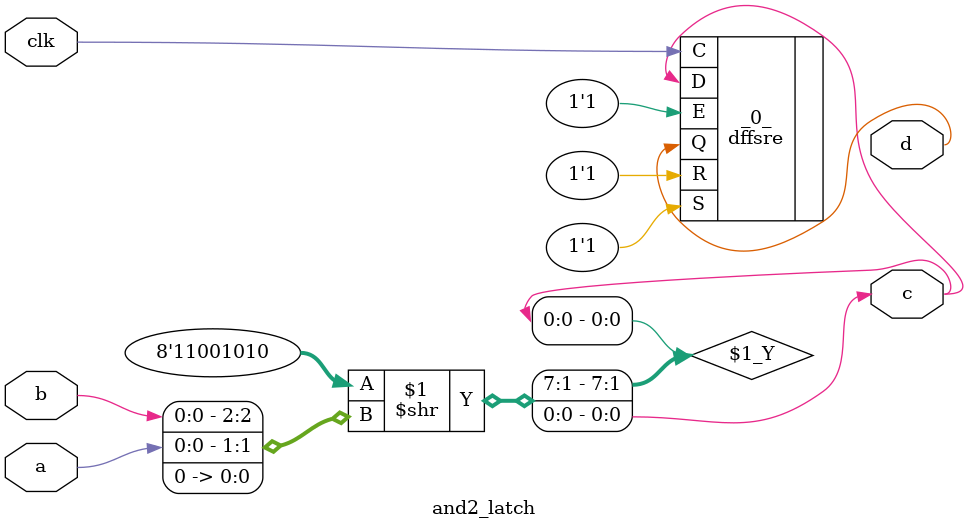
<source format=v>
/* Generated by Yosys 0.17+76 (git sha1 035496b50, gcc 9.1.0 -fPIC -Os) */

(* top =  1  *)
(* src = "./rtl/and2_latch/and2_latch.v:9.1-29.10" *)
module and2_latch(a, b, clk, c, d);
  (* src = "./rtl/and2_latch/and2_latch.v:18.12-18.13" *)
  input a;
  wire a;
  (* src = "./rtl/and2_latch/and2_latch.v:19.12-19.13" *)
  input b;
  wire b;
  (* src = "./rtl/and2_latch/and2_latch.v:20.13-20.14" *)
  output c;
  wire c;
  (* src = "./rtl/and2_latch/and2_latch.v:16.12-16.15" *)
  input clk;
  wire clk;
  (* src = "./rtl/and2_latch/and2_latch.v:21.12-21.13" *)
  output d;
  wire d;
  (* module_not_derived = 32'h00000001 *)
  (* src = "/home/users/eda_tools/opensource/yosys_verifc/yosys_verific_rs/yosys/install/bin/../share/yosys/rapidsilicon/genesis/ffs_map.v:18.12-18.81" *)
  dffsre _0_ (
    .C(clk),
    .D(c),
    .E(1'h1),
    .Q(d),
    .R(1'h1),
    .S(1'h1)
  );
  assign c = 8'hca >> { b, a, 1'h0 };
endmodule

</source>
